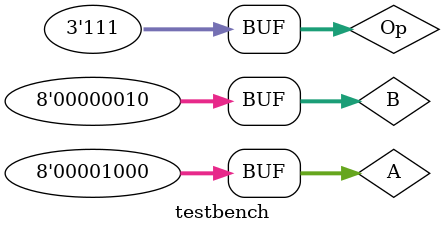
<source format=v>
`timescale 1ns / 1ps

module testbench();
reg [7:0]A,B;
reg [2:0]Op;
wire [7:0]out;
alu a1(A,B,Op,out);
initial
    begin
    Op=3'b000;A=8'b00001000;B=8'b00000010;
    #50; 
    Op=3'b001;A=8'b00001000;B=8'b00000010;
    #50; 
    Op=3'b010;A=8'b00001000;B=8'b00000010;
    #50; 
    Op=3'b011;A=8'b00001000;B=8'b00000010;
    #50; 
    Op=3'b100;A=8'b00001000;B=8'b00000010;
    #50; 
    Op=3'b101;A=8'b00001000;B=8'b00000010;
    #50; 
    Op=3'b110;A=8'b00001000;B=8'b00000010;
    #50; 
    Op=3'b111;A=8'b00001000;B=8'b00000010;
    #50; 
    
    end
endmodule

</source>
